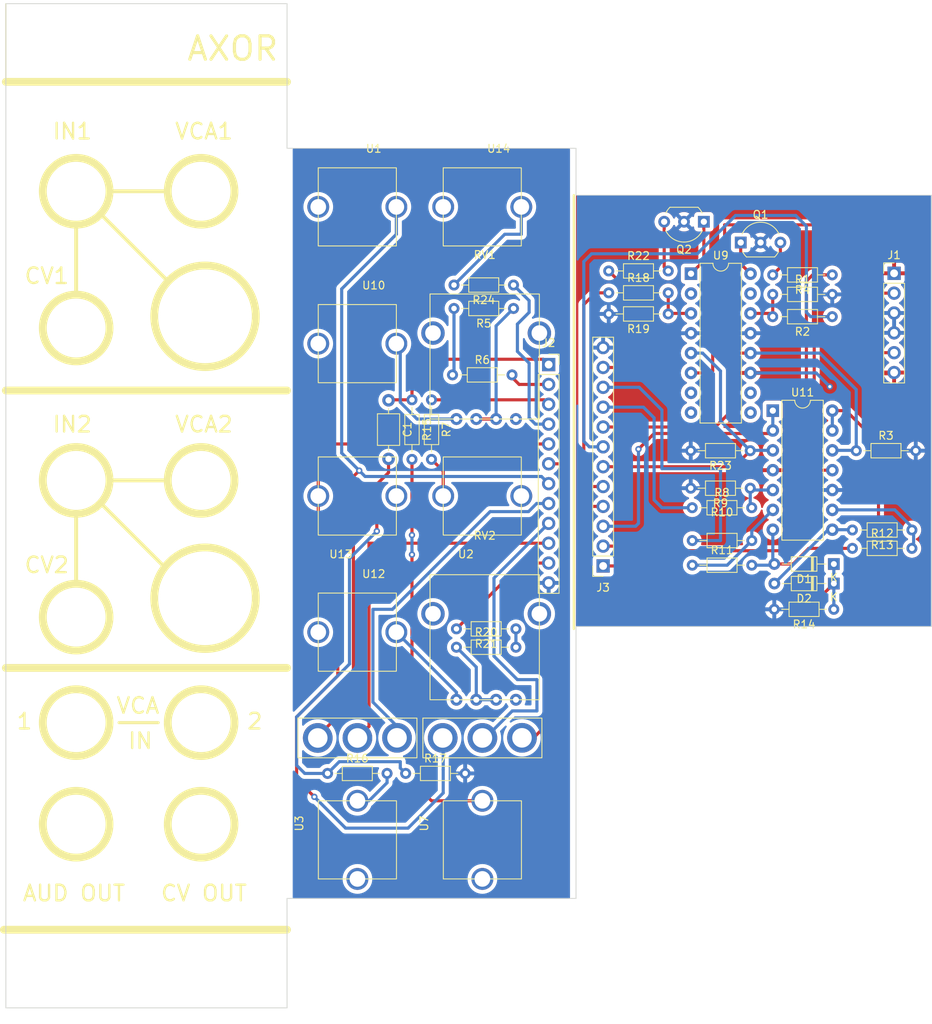
<source format=kicad_pcb>
(kicad_pcb (version 20221018) (generator pcbnew)
  (layers (0 "F.Cu" signal) (31 "B.Cu" signal) (34 "B.Paste" user) (35 "F.Paste" user) (36 "B.SilkS" user "B.Silkscreen") (37 "F.SilkS" user "F.Silkscreen") (38 "B.Mask" user) (39 "F.Mask" user) (44 "Edge.Cuts" user))
  (net 0 "")
  (net 1 "OUT")
  (net 2 "Net-(C1-Pad2)")
  (net 3 "Net-(D1-A)")
  (net 4 "Net-(D2-A)")
  (net 5 "+12V")
  (net 6 "-12V")
  (net 7 "GND")
  (net 8 "Net-(U9A-+)")
  (net 9 "IN1")
  (net 10 "VCA1")
  (net 11 "ABC1")
  (net 12 "Net-(Q1-C)")
  (net 13 "Net-(R5-Pad1)")
  (net 14 "Net-(R5-Pad2)")
  (net 15 "OUT2")
  (net 16 "Net-(R7-Pad2)")
  (net 17 "A2")
  (net 18 "Net-(U11B-+)")
  (net 19 "A1")
  (net 20 "Net-(U11B--)")
  (net 21 "Net-(U11C--)")
  (net 22 "Net-(R15-Pad2)")
  (net 23 "Net-(R16-Pad2)")
  (net 24 "IN2")
  (net 25 "Net-(U9C-+)")
  (net 26 "Net-(R20-Pad1)")
  (net 27 "Net-(R20-Pad2)")
  (net 28 "ABC2")
  (net 29 "Net-(Q1-E)")
  (net 30 "VCA2")
  (net 31 "OUT1")
  (net 32 "Net-(R24-Pad2)")
  (net 33 "Net-(RV1-Pad1)")
  (net 34 "Net-(RV2-Pad1)")
  (net 41 "Net-(Q2-C)")
  (net 42 "Net-(Q2-E)")
  (footprint "Library:AlpsPot" (layer "F.Cu") (at 161.96 131.570402)
    (fp_text reference "RV2")
    (fp_text value "R_Potentiometer")
  )
  (footprint "Library:3mm5 Mono Aux" (layer "F.Cu") (at 149.27 122.921402)
    (fp_text reference "U12")
    (fp_text value "Aux_flush")
  )
  (footprint "clipboard:acaa681b-ac55-4667-b28b-74029143bfd8" (layer "F.Cu") (at 113.272002 84)
    (fp_text reference "")
    (fp_text value "")
  )
  (footprint "MountingHole:MountingHole_3.2mm_M3" (layer "F.Cu") (at 122.272002 45.5)
    (fp_text reference "REF**" hide)
    (fp_text value "MountingHole_3.2mm_M3")
  )
  (footprint "Diode_THT:D_DO-34_SOD68_P7.62mm_Horizontal" (layer "F.Cu") (at 210.285 116.7 180)
    (fp_text reference "D2")
    (fp_text value "D")
  )
  (footprint "Resistor_THT:R_Axial_DIN0204_L3.6mm_D1.6mm_P7.62mm_Horizontal" (layer "F.Cu") (at 161.96 124.85)
    (fp_text reference "R20")
    (fp_text value "1k")
  )
  (footprint "clipboard:acaa681b-ac55-4667-b28b-74029143bfd8" (layer "F.Cu") (at 113.272002 134.5)
    (fp_text reference "")
    (fp_text value "")
  )
  (footprint "Resistor_THT:R_Axial_DIN0204_L3.6mm_D1.6mm_P7.62mm_Horizontal" (layer "F.Cu") (at 212.66 112.2)
    (fp_text reference "R12")
    (fp_text value "100k")
  )
  (footprint "Package_DIP:DIP-14_W7.62mm" (layer "F.Cu") (at 202.47 94.575)
    (fp_text reference "U11")
    (fp_text value "TL074")
  )
  (footprint "clipboard:acaa681b-ac55-4667-b28b-74029143bfd8" (layer "F.Cu") (at 113.272002 103.5)
    (fp_text reference "")
    (fp_text value "")
  )
  (footprint "Resistor_THT:R_Axial_DIN0204_L3.6mm_D1.6mm_P7.62mm_Horizontal" (layer "F.Cu") (at 210.08 82.55 180)
    (fp_text reference "R2")
    (fp_text value "100k")
  )
  (footprint "Connector_PinSocket_2.54mm:PinSocket_1x12_P2.54mm_Vertical" (layer "F.Cu") (at 173.77 88.68)
    (fp_text reference "J2")
    (fp_text value "Conn_01x12_Pin")
  )
  (footprint "Resistor_THT:R_Axial_DIN0204_L3.6mm_D1.6mm_P7.62mm_Horizontal" (layer "F.Cu") (at 202.46 79.7)
    (fp_text reference "R1")
    (fp_text value "1k")
  )
  (footprint "Library:3mm5 Mono Aux" (layer "F.Cu") (at 149.27 68.5)
    (fp_text reference "U1")
    (fp_text value "Aux_flush")
  )
  (footprint "Package_DIP:DIP-16_W7.62mm" (layer "F.Cu") (at 191.995 77.05)
    (fp_text reference "U9")
    (fp_text value "LM13700")
  )
  (footprint "Resistor_THT:R_Axial_DIN0204_L3.6mm_D1.6mm_P7.62mm_Horizontal" (layer "F.Cu") (at 213.15 99.7)
    (fp_text reference "R3")
    (fp_text value "10k")
  )
  (footprint "Connector_PinSocket_2.54mm:PinSocket_1x12_P2.54mm_Vertical" (layer "F.Cu") (at 180.745 114.45 180)
    (fp_text reference "J3")
    (fp_text value "Conn_01x12_Pin")
  )
  (footprint "Resistor_THT:R_Axial_DIN0204_L3.6mm_D1.6mm_P7.62mm_Horizontal" (layer "F.Cu") (at 169.27 81.5 180)
    (fp_text reference "R5")
    (fp_text value "1k")
  )
  (footprint "Resistor_THT:R_Axial_DIN0204_L3.6mm_D1.6mm_P7.62mm_Horizontal" (layer "F.Cu") (at 181.46 79.5)
    (fp_text reference "R18")
    (fp_text value "100k")
  )
  (footprint "Resistor_THT:R_Axial_DIN0204_L3.6mm_D1.6mm_P7.62mm_Horizontal" (layer "F.Cu") (at 189.08 82.2 180)
    (fp_text reference "R19")
    (fp_text value "1k")
  )
  (footprint "Resistor_THT:R_Axial_DIN0204_L3.6mm_D1.6mm_P7.62mm_Horizontal" (layer "F.Cu") (at 156.27 93.19 -90)
    (fp_text reference "R15")
    (fp_text value "1k")
  )
  (footprint "Library:AlpsPot" (layer "F.Cu") (at 161.96 95.649)
    (fp_text reference "RV1")
    (fp_text value "R_Potentiometer")
  )
  (footprint "Resistor_THT:R_Axial_DIN0204_L3.6mm_D1.6mm_P7.62mm_Horizontal" (layer "F.Cu") (at 155.46 141)
    (fp_text reference "R17")
    (fp_text value "100k")
  )
  (footprint "Library:3mm5 Mono Aux" (layer "F.Cu") (at 149.27 86)
    (fp_text reference "U10")
    (fp_text value "Aux_flush")
  )
  (footprint "MountingHole:MountingHole_3.2mm_M3" (layer "F.Cu") (at 122.272002 168)
    (fp_text reference "REF**" hide)
    (fp_text value "MountingHole_3.2mm_M3")
  )
  (footprint "Resistor_THT:R_Axial_DIN0204_L3.6mm_D1.6mm_P7.62mm_Horizontal" (layer "F.Cu") (at 199.58 104.5 180)
    (fp_text reference "R9")
    (fp_text value "100k")
  )
  (footprint "Resistor_THT:R_Axial_DIN0204_L3.6mm_D1.6mm_P7.62mm_Horizontal" (layer "F.Cu") (at 169.27 78.5 180)
    (fp_text reference "R24")
    (fp_text value "1k")
  )
  (footprint "Package_TO_SOT_THT:TO-92_Inline_Wide" (layer "F.Cu") (at 198.36 73.06)
    (fp_text reference "Q1")
    (fp_text value "BC557")
  )
  (footprint "clipboard:acaa681b-ac55-4667-b28b-74029143bfd8" (layer "F.Cu") (at 129.772002 118.578598)
    (fp_text reference "")
    (fp_text value "")
  )
  (footprint "Resistor_THT:R_Axial_DIN0204_L3.6mm_D1.6mm_P7.62mm_Horizontal" (layer "F.Cu") (at 210.08 77.2 180)
    (fp_text reference "R4")
    (fp_text value "10k")
  )
  (footprint "Package_TO_SOT_THT:TO-92_Inline_Wide" (layer "F.Cu") (at 193.64 70.4 180)
    (fp_text reference "Q2")
    (fp_text value "BC557")
  )
  (footprint "Resistor_THT:R_Axial_DIN0204_L3.6mm_D1.6mm_P7.62mm_Horizontal" (layer "F.Cu") (at 220.28 109.85 180)
    (fp_text reference "R13")
    (fp_text value "100k")
  )
  (footprint "clipboard:acaa681b-ac55-4667-b28b-74029143bfd8" (layer "F.Cu") (at 113.272002 121)
    (fp_text reference "")
    (fp_text value "")
  )
  (footprint "Resistor_THT:R_Axial_DIN0204_L3.6mm_D1.6mm_P7.62mm_Horizontal" (layer "F.Cu") (at 192.16 111.2)
    (fp_text reference "R10")
    (fp_text value "100k")
  )
  (footprint "Resistor_THT:R_Axial_DIN0204_L3.6mm_D1.6mm_P7.62mm_Horizontal" (layer "F.Cu") (at 158.77 93.19 -90)
    (fp_text reference "R7")
    (fp_text value "1k")
  )
  (footprint "Resistor_THT:R_Axial_DIN0204_L3.6mm_D1.6mm_P7.62mm_Horizontal" (layer "F.Cu") (at 181.46 76.7)
    (fp_text reference "R22")
    (fp_text value "10k")
  )
  (footprint "Diode_THT:D_DO-34_SOD68_P7.62mm_Horizontal" (layer "F.Cu") (at 210.285 114.2 180)
    (fp_text reference "D1")
    (fp_text value "D")
  )
  (footprint "Capacitor_THT:C_Axial_L3.8mm_D2.6mm_P7.50mm_Horizontal" (layer "F.Cu") (at 153.27 93.25 -90)
    (fp_text reference "C1")
    (fp_text value "470n")
  )
  (footprint "Library:3mm5 Mono Aux" (layer "F.Cu") (at 165.27 105.5 180)
    (fp_text reference "U2")
    (fp_text value "Aux_flush")
  )
  (footprint "Resistor_THT:R_Axial_DIN0204_L3.6mm_D1.6mm_P7.62mm_Horizontal" (layer "F.Cu") (at 199.58 99.7 180)
    (fp_text reference "R23")
    (fp_text value "10k")
  )
  (footprint "Resistor_THT:R_Axial_DIN0204_L3.6mm_D1.6mm_P7.62mm_Horizontal" (layer "F.Cu") (at 192.16 114.35)
    (fp_text reference "R11")
    (fp_text value "100k")
  )
  (footprint "clipboard:acaa681b-ac55-4667-b28b-74029143bfd8" (layer "F.Cu") (at 129.272002 66.5)
    (fp_text reference "")
    (fp_text value "")
  )
  (footprint "Library:3mm5 Mono Aux" (layer "F.Cu") (at 149.27 105.5 180)
    (fp_text reference "U13")
    (fp_text value "Aux_flush")
  )
  (footprint "clipboard:acaa681b-ac55-4667-b28b-74029143bfd8" (layer "F.Cu") (at 113.272002 66.5)
    (fp_text reference "")
    (fp_text value "")
  )
  (footprint "Resistor_THT:R_Axial_DIN0204_L3.6mm_D1.6mm_P7.62mm_Horizontal" (layer "F.Cu") (at 210.28 120 180)
    (fp_text reference "R14")
    (fp_text value "100k")
  )
  (footprint "Connector_PinHeader_2.54mm:PinHeader_1x06_P2.54mm_Vertical" (layer "F.Cu") (at 218 77)
    (fp_text reference "J1")
    (fp_text value "Conn_01x06_Pin")
  )
  (footprint "Library:3mm5 Mono Aux" (layer "F.Cu") (at 165.27 68.5)
    (fp_text reference "U14")
    (fp_text value "Aux_flush")
  )
  (footprint "clipboard:acaa681b-ac55-4667-b28b-74029143bfd8" (layer "F.Cu") (at 129.272002 103.5)
    (fp_text reference "")
    (fp_text value "")
  )
  (footprint "clipboard:acaa681b-ac55-4667-b28b-74029143bfd8" (layer "F.Cu") (at 129.772002 82.5)
    (fp_text reference "")
    (fp_text value "")
  )
  (footprint "clipboard:acaa681b-ac55-4667-b28b-74029143bfd8" (layer "F.Cu") (at 129.272002 134.5)
    (fp_text reference "")
    (fp_text value "")
  )
  (footprint "Library:3mm5 Mono Aux" (layer "F.Cu") (at 165.285908 149.5 90)
    (fp_text reference "U7")
    (fp_text value "Aux_flush")
  )
  (footprint "clipboard:acaa681b-ac55-4667-b28b-74029143bfd8" (layer "F.Cu") (at 129.272002 147.5)
    (fp_text reference "")
    (fp_text value "")
  )
  (footprint "clipboard:acaa681b-ac55-4667-b28b-74029143bfd8" (layer "F.Cu") (at 113.272002 147.5)
    (fp_text reference "")
    (fp_text value "")
  )
  (footprint "Resistor_THT:R_Axial_DIN0204_L3.6mm_D1.6mm_P7.62mm_Horizontal" (layer "F.Cu") (at 161.46 90)
    (fp_text reference "R6")
    (fp_text value "1k")
  )
  (footprint "Library:Switch" (layer "F.Cu") (at 165.285908 139)
    (fp_text reference "SW2" hide)
    (fp_text value "SW_SPDT")
  )
  (footprint "Resistor_THT:R_Axial_DIN0204_L3.6mm_D1.6mm_P7.62mm_Horizontal" (layer "F.Cu") (at 169.58 122.5 180)
    (fp_text reference "R21")
    (fp_text value "1k")
  )
  (footprint "Library:Switch" (layer "F.Cu") (at 149.285908 139)
    (fp_text reference "SW1" hide)
    (fp_text value "SW_SPDT")
  )
  (footprint "Resistor_THT:R_Axial_DIN0204_L3.6mm_D1.6mm_P7.62mm_Horizontal" (layer "F.Cu") (at 192.15 107)
    (fp_text reference "R8")
    (fp_text value "100k")
  )
  (footprint "Library:3mm5 Mono Aux" (layer "F.Cu") (at 149.285908 149.5 90)
    (fp_text reference "U3")
    (fp_text value "Aux_flush")
  )
  (footprint "Resistor_THT:R_Axial_DIN0204_L3.6mm_D1.6mm_P7.62mm_Horizontal" (layer "F.Cu") (at 145.46 141)
    (fp_text reference "R16")
    (fp_text value "1k")
  )
  (gr_line (start 116.5 106.5) (end 124.5 114.5) (stroke (width 0.5)) (layer "F.SilkS"))
  (gr_circle (center 129.272002 134.5) (end 133.544004 134.5) (stroke (width 1)) (fill none) (layer "F.SilkS"))
  (gr_line (start 117.544004 66.5) (end 125 66.5) (stroke (width 0.5)) (layer "F.SilkS"))
  (gr_circle (center 113.272002 103.5) (end 117.544004 103.5) (stroke (width 1)) (fill none) (layer "F.SilkS"))
  (gr_line (start 104.272002 92) (end 140.272002 92) (stroke (width 1)) (layer "F.SilkS"))
  (gr_circle (center 113.272002 134.5) (end 117.544004 134.5) (stroke (width 1)) (fill none) (layer "F.SilkS"))
  (gr_circle (center 129.772002 82.5) (end 136.272002 82.5) (stroke (width 1)) (fill none) (layer "F.SilkS"))
  (gr_line (start 117.544004 103.5) (end 125 103.5) (stroke (width 0.5)) (layer "F.SilkS"))
  (gr_circle (center 129.272002 66.5) (end 133.544004 66.5) (stroke (width 1)) (fill none) (layer "F.SilkS"))
  (gr_circle (center 113.272002 84) (end 117.544004 84) (stroke (width 1)) (fill none) (layer "F.SilkS"))
  (gr_circle (center 113.272002 66.5) (end 117.544004 66.5) (stroke (width 1)) (fill none) (layer "F.SilkS"))
  (gr_circle (center 113.272002 147.5) (end 117.544004 147.5) (stroke (width 1)) (fill none) (layer "F.SilkS"))
  (gr_circle (center 129.272002 103.5) (end 133.544004 103.5) (stroke (width 1)) (fill none) (layer "F.SilkS"))
  (gr_line (start 104.272002 42.5) (end 104.272002 52.5) (stroke (width 0.15)) (layer "F.SilkS"))
  (gr_circle (center 129.772002 118.578598) (end 136.272002 118.578598) (stroke (width 1)) (fill none) (layer "F.SilkS"))
  (gr_line (start 104.272002 127.5) (end 140.272002 127.5) (stroke (width 1)) (layer "F.SilkS"))
  (gr_line (start 116.5 69.5) (end 125 78) (stroke (width 0.5)) (layer "F.SilkS"))
  (gr_line (start 104.272002 52.5) (end 140.272002 52.5) (stroke (width 1)) (layer "F.SilkS"))
  (gr_line (start 140.272002 161) (end 104.022002 161) (stroke (width 1)) (layer "F.SilkS"))
  (gr_line (start 113.272002 70.772002) (end 113.272002 79.727998) (stroke (width 0.5)) (layer "F.SilkS"))
  (gr_line (start 123.772002 134.5) (end 118.772002 134.5) (stroke (width 0.4)) (layer "F.SilkS"))
  (gr_circle (center 113.272002 121) (end 117.544004 121) (stroke (width 1)) (fill none) (layer "F.SilkS"))
  (gr_circle (center 129.272002 147.5) (end 133.544004 147.5) (stroke (width 1)) (fill none) (layer "F.SilkS"))
  (gr_line (start 113.272002 107.772002) (end 113.272002 116.727998) (stroke (width 0.5)) (layer "F.SilkS"))
  (gr_line (start 177 67) (end 177 122.5) (stroke (width 0.3)) (layer "F.SilkS"))
  (gr_line (start 140.272002 42.5) (end 140.27 61) (stroke (width 0.1)) (layer "Edge.Cuts"))
  (gr_line (start 177.27 61) (end 177.27 67) (stroke (width 0.1)) (layer "Edge.Cuts"))
  (gr_line (start 177.27 122.2) (end 177.27 157) (stroke (width 0.1)) (layer "Edge.Cuts"))
  (gr_line (start 222.77 122.2) (end 177.27 122.2) (stroke (width 0.1)) (layer "Edge.Cuts"))
  (gr_line (start 177.27 157) (end 140.27 157) (stroke (width 0.1)) (layer "Edge.Cuts"))
  (gr_line (start 177.27 67) (end 222.77 67) (stroke (width 0.1)) (layer "Edge.Cuts"))
  (gr_line (start 222.77 67) (end 222.77 122.2) (stroke (width 0.1)) (layer "Edge.Cuts"))
  (gr_line (start 104.272002 171) (end 104.272002 42.5) (stroke (width 0.1)) (layer "Edge.Cuts"))
  (gr_line (start 140.27 61) (end 177.27 61) (stroke (width 0.1)) (layer "Edge.Cuts"))
  (gr_line (start 140.27 157) (end 140.272002 171) (stroke (width 0.1)) (layer "Edge.Cuts"))
  (gr_line (start 140.272002 171) (end 104.272002 171) (stroke (width 0.1)) (layer "Edge.Cuts"))
  (gr_line (start 104.272002 42.5) (end 140.272002 42.5) (stroke (width 0.1)) (layer "Edge.Cuts"))
  (gr_text "VCA\n" (at 118.272002 133.5) (layer "F.SilkS") (effects (font (size 2 2) (thickness 0.3)) (justify left bottom)))
  (gr_text "VCA2" (at 125.772002 97.5) (layer "F.SilkS") (effects (font (size 2 2) (thickness 0.3)) (justify left bottom)))
  (gr_text "AXOR" (at 127.272002 50) (layer "F.SilkS") (effects (font (size 3 3) (thickness 0.4)) (justify left bottom)))
  (gr_text "IN2\n" (at 110.105336 97.5) (layer "F.SilkS") (effects (font (size 2 2) (thickness 0.3)) (justify left bottom)))
  (gr_text "CV2\n" (at 106.5 115.5) (layer "F.SilkS") (effects (font (size 2 2) (thickness 0.3)) (justify left bottom)))
  (gr_text "IN1\n" (at 110.105336 60) (layer "F.SilkS") (effects (font (size 2 2) (thickness 0.3)) (justify left bottom)))
  (gr_text "CV OUT" (at 123.962478 157.5) (layer "F.SilkS") (effects (font (size 2 2) (thickness 0.3)) (justify left bottom)))
  (gr_text "2" (at 135 135.5) (layer "F.SilkS") (effects (font (size 2 2) (thickness 0.3)) (justify left bottom)))
  (gr_text "CV1\n" (at 106.5 78.5) (layer "F.SilkS") (effects (font (size 2 2) (thickness 0.3)) (justify left bottom)))
  (gr_text "1" (at 105.5 135.5) (layer "F.SilkS") (effects (font (size 2 2) (thickness 0.3)) (justify left bottom)))
  (gr_text "AUD OUT\n" (at 106.272002 157.5) (layer "F.SilkS") (effects (font (size 2 2) (thickness 0.3)) (justify left bottom)))
  (gr_text "IN\n" (at 119.772002 138) (layer "F.SilkS") (effects (font (size 2 2) (thickness 0.3)) (justify left bottom)))
  (gr_text "VCA1\n" (at 125.772002 60) (layer "F.SilkS") (effects (font (size 2 2) (thickness 0.3)) (justify left bottom)))
  (segment (start 173.09 88) (end 173.77 88.68) (width 0.4) (layer "F.Cu") (net 1))
  (segment (start 156.27 92) (end 160.27 88) (width 0.4) (layer "F.Cu") (net 1))
  (segment (start 208.485 118.5) (end 210.285 116.7) (width 0.4) (layer "F.Cu") (net 1))
  (segment (start 180.745 114.45) (end 185.72 114.45) (width 0.4) (layer "F.Cu") (net 1))
  (segment (start 160.27 88) (end 173.09 88) (width 0.4) (layer "F.Cu") (net 1))
  (segment (start 156.27 93.19) (end 156.27 92) (width 0.4) (layer "F.Cu") (net 1))
  (segment (start 153.33 93.19) (end 153.27 93.25) (width 0.4) (layer "F.Cu") (net 1))
  (segment (start 185.72 114.45) (end 189.77 118.5) (width 0.4) (layer "F.Cu") (net 1))
  (segment (start 156.27 93.19) (end 153.33 93.19) (width 0.4) (layer "F.Cu") (net 1))
  (segment (start 189.77 118.5) (end 208.485 118.5) (width 0.4) (layer "F.Cu") (net 1))
  (segment (start 210.285 114.2) (end 210.285 119.995) (width 0.4) (layer "B.Cu") (net 1))
  (segment (start 210.28 120) (end 210.28 119.2) (width 0.4) (layer "B.Cu") (net 1))
  (segment (start 210.285 119.995) (end 210.28 120) (width 0.4) (layer "B.Cu") (net 1))
  (segment (start 153.27 102.5) (end 151.77 104) (width 0.4) (layer "F.Cu") (net 2))
  (segment (start 151.77 104) (end 151.77 110) (width 0.4) (layer "F.Cu") (net 2))
  (segment (start 153.27 100.75) (end 153.27 102.5) (width 0.4) (layer "F.Cu") (net 2))
  (via (at 151.77 110) (size 0.8) (drill 0.4) (layers "F.Cu" "B.Cu") (net 2))
  (segment (start 154.77 139.5) (end 154.77 140.31) (width 0.4) (layer "B.Cu") (net 2))
  (segment (start 148.27 113.5) (end 148.27 127) (width 0.4) (layer "B.Cu") (net 2))
  (segment (start 141.5 133.77) (end 141.5 139.96) (width 0.4) (layer "B.Cu") (net 2))
  (segment (start 142.54 141) (end 145.46 141) (width 0.4) (layer "B.Cu") (net 2))
  (segment (start 148.27 127) (end 141.5 133.77) (width 0.4) (layer "B.Cu") (net 2))
  (segment (start 146.96 139.5) (end 154.77 139.5) (width 0.4) (layer "B.Cu") (net 2))
  (segment (start 141.5 139.96) (end 142.54 141) (width 0.4) (layer "B.Cu") (net 2))
  (segment (start 145.46 141) (end 146.96 139.5) (width 0.4) (layer "B.Cu") (net 2))
  (segment (start 154.77 140.31) (end 155.46 141) (width 0.4) (layer "B.Cu") (net 2))
  (segment (start 151.77 110) (end 148.27 113.5) (width 0.4) (layer "B.Cu") (net 2))
  (segment (start 202.665 114.2) (end 205.07 114.2) (width 0.4) (layer "F.Cu") (net 3))
  (segment (start 207.07 112.2) (end 212.66 112.2) (width 0.4) (layer "F.Cu") (net 3))
  (segment (start 205.07 114.2) (end 207.07 112.2) (width 0.4) (layer "F.Cu") (net 3))
  (segment (start 202.47 114.005) (end 202.665 114.2) (width 0.4) (layer "B.Cu") (net 3))
  (segment (start 202.47 109.815) (end 202.47 114.005) (width 0.4) (layer "B.Cu") (net 3))
  (segment (start 199.78 114.35) (end 202.515 114.35) (width 0.4) (layer "B.Cu") (net 3))
  (segment (start 202.515 114.35) (end 202.665 114.2) (width 0.4) (layer "B.Cu") (net 3))
  (segment (start 202.665 116.7) (end 209.55 109.815) (width 0.4) (layer "B.Cu") (net 4))
  (segment (start 209.55 109.815) (end 210.09 109.815) (width 0.4) (layer "B.Cu") (net 4))
  (segment (start 210.09 109.815) (end 212.625 109.815) (width 0.4) (layer "B.Cu") (net 4))
  (segment (start 212.625 109.815) (end 212.66 109.85) (width 0.4) (layer "B.Cu") (net 4))
  (segment (start 211.42 89.85) (end 209.77 91.5) (width 0.4) (layer "F.Cu") (net 5))
  (segment (start 217.77 89.85) (end 211.42 89.85) (width 0.4) (layer "F.Cu") (net 5))
  (via (at 209.77 91.5) (size 0.8) (drill 0.4) (layers "F.Cu" "B.Cu") (net 5))
  (segment (start 199.615 89.75) (end 208.02 89.75) (width 0.4) (layer "B.Cu") (net 5))
  (segment (start 208.02 89.75) (end 209.77 91.5) (width 0.4) (layer "B.Cu") (net 5))
  (segment (start 213.77 83.5) (end 214.77 83.5) (width 0.4) (layer "F.Cu") (net 6))
  (segment (start 208.465 102.195) (end 207.77 101.5) (width 0.4) (layer "F.Cu") (net 6))
  (segment (start 215 83.35) (end 215 80.35) (width 0.4) (layer "F.Cu") (net 6))
  (segment (start 196.3 74.8) (end 196.3 70.8) (width 0.4) (layer "F.Cu") (net 6))
  (segment (start 194.77 76.33) (end 196.3 74.8) (width 0.4) (layer "F.Cu") (net 6))
  (segment (start 218 87.16) (end 215.31 87.16) (width 0.4) (layer "F.Cu") (net 6))
  (segment (start 215 80.35) (end 215.81 79.54) (width 0.4) (layer "F.Cu") (net 6))
  (segment (start 207.77 101.5) (end 207.77 86) (width 0.4) (layer "F.Cu") (net 6))
  (segment (start 196.3 70.8) (end 209.07 70.8) (width 0.4) (layer "F.Cu") (net 6))
  (segment (start 213.27 75) (end 213.27 83) (width 0.4) (layer "F.Cu") (net 6))
  (segment (start 210.09 102.195) (end 208.465 102.195) (width 0.4) (layer "F.Cu") (net 6))
  (segment (start 215 86.85) (end 215 85.35) (width 0.4) (layer "F.Cu") (net 6))
  (segment (start 191.995 89.75) (end 194.52 89.75) (width 0.4) (layer "F.Cu") (net 6))
  (segment (start 213.27 83) (end 213.77 83.5) (width 0.4) (layer "F.Cu") (net 6))
  (segment (start 194.77 89.5) (end 194.77 76.33) (width 0.4) (layer "F.Cu") (net 6))
  (segment (start 207.77 86) (end 208.27 85.5) (width 0.4) (layer "F.Cu") (net 6))
  (segment (start 209.07 70.8) (end 213.27 75) (width 0.4) (layer "F.Cu") (net 6))
  (segment (start 208.27 85.5) (end 214.77 85.5) (width 0.4) (layer "F.Cu") (net 6))
  (segment (start 215.31 87.16) (end 215 86.85) (width 0.4) (layer "F.Cu") (net 6))
  (segment (start 215 85.35) (end 215 83.35) (width 0.4) (layer "F.Cu") (net 6))
  (segment (start 194.52 89.75) (end 194.77 89.5) (width 0.4) (layer "F.Cu") (net 6))
  (segment (start 215.81 79.54) (end 218 79.54) (width 0.4) (layer "F.Cu") (net 6))
  (segment (start 202.46 79.7) (end 202.46 82.55) (width 0.4) (layer "F.Cu") (net 8))
  (segment (start 202.04 82.13) (end 202.46 82.55) (width 0.4) (layer "F.Cu") (net 8))
  (segment (start 199.615 82.13) (end 202.04 82.13) (width 0.4) (layer "F.Cu") (net 8))
  (segment (start 144.205908 136.254092) (end 144.205908 136.46) (width 0.4) (layer "F.Cu") (net 9))
  (segment (start 149.52 102.25) (end 148.77 103) (width 0.4) (layer "F.Cu") (net 9))
  (segment (start 148.77 131.69) (end 144.205908 136.254092) (width 0.4) (layer "F.Cu") (net 9))
  (segment (start 148.77 103) (end 148.77 131.69) (width 0.4) (layer "F.Cu") (net 9))
  (via (at 149.52 102.25) (size 0.8) (drill 0.4) (layers "F.Cu" "B.Cu") (net 9))
  (segment (start 206.77 82) (end 207.32 82.55) (width 0.4) (layer "B.Cu") (net 9))
  (segment (start 206.77 70.97) (end 206.77 82) (width 0.4) (layer "B.Cu") (net 9))
  (segment (start 173.77 103.92) (end 172.85 103) (width 0.4) (layer "B.Cu") (net 9))
  (segment (start 172.85 103) (end 150.27 103) (width 0.4) (layer "B.Cu") (net 9))
  (segment (start 147.27 79) (end 154.27 72) (width 0.4) (layer "B.Cu") (net 9))
  (segment (start 192.8 74.5) (end 197.7 69.6) (width 0.4) (layer "B.Cu") (net 9))
  (segment (start 179.27 74.5) (end 192.8 74.5) (width 0.4) (layer "B.Cu") (net 9))
  (segment (start 180.745 99.21) (end 178.98 99.21) (width 0.4) (layer "B.Cu") (net 9))
  (segment (start 147.27 100) (end 147.27 79) (width 0.4) (layer "B.Cu") (net 9))
  (segment (start 178.27 75.5) (end 179.27 74.5) (width 0.4) (layer "B.Cu") (net 9))
  (segment (start 205.4 69.6) (end 206.77 70.97) (width 0.4) (layer "B.Cu") (net 9))
  (segment (start 154.27 72) (end 154.27 68.5) (width 0.4) (layer "B.Cu") (net 9))
  (segment (start 150.27 103) (end 147.27 100) (width 0.4) (layer "B.Cu") (net 9))
  (segment (start 178.98 99.21) (end 178.27 98.5) (width 0.4) (layer "B.Cu") (net 9))
  (segment (start 207.32 82.55) (end 210.08 82.55) (width 0.4) (layer "B.Cu") (net 9))
  (segment (start 178.27 98.5) (end 178.27 75.5) (width 0.4) (layer "B.Cu") (net 9))
  (segment (start 197.7 69.6) (end 205.4 69.6) (width 0.4) (layer "B.Cu") (net 9))
  (segment (start 195.1 96.67) (end 196.77 95) (width 0.4) (layer "F.Cu") (net 10))
  (segment (start 196.77 95) (end 196.77 88.5) (width 0.4) (layer "F.Cu") (net 10))
  (segment (start 198.06 87.21) (end 199.615 87.21) (width 0.4) (layer "F.Cu") (net 10))
  (segment (start 180.745 96.67) (end 195.1 96.67) (width 0.4) (layer "F.Cu") (net 10))
  (segment (start 196.77 88.5) (end 198.06 87.21) (width 0.4) (layer "F.Cu") (net 10))
  (segment (start 153.77 120) (end 151.27 120) (width 0.4) (layer "B.Cu") (net 10))
  (segment (start 166.27 107.5) (end 153.77 120) (width 0.4) (layer "B.Cu") (net 10))
  (segment (start 213.15 91.88) (end 213.15 99.7) (width 0.4) (layer "B.Cu") (net 10))
  (segment (start 172.23 106.46) (end 171.19 107.5) (width 0.4) (layer "B.Cu") (net 10))
  (segment (start 199.615 87.21) (end 208.48 87.21) (width 0.4) (layer "B.Cu") (net 10))
  (segment (start 151.27 120) (end 151.27 131.875683) (width 0.4) (layer "B.Cu") (net 10))
  (segment (start 208.48 87.21) (end 213.15 91.88) (width 0.4) (layer "B.Cu") (net 10))
  (segment (start 213.105 99.655) (end 213.15 99.7) (width 0.4) (layer "B.Cu") (net 10))
  (segment (start 171.19 107.5) (end 166.27 107.5) (width 0.4) (layer "B.Cu") (net 10))
  (segment (start 173.77 106.46) (end 172.23 106.46) (width 0.4) (layer "B.Cu") (net 10))
  (segment (start 151.27 131.875683) (end 155.838113 136.443796) (width 0.4) (layer "B.Cu") (net 10))
  (segment (start 210.09 99.655) (end 213.105 99.655) (width 0.4) (layer "B.Cu") (net 10))
  (segment (start 180.745 111.91) (end 189.18 111.91) (width 0.4) (layer "F.Cu") (net 11))
  (segment (start 169.08 90.31) (end 169.99 91.22) (width 0.4) (layer "F.Cu") (net 11))
  (segment (start 207.57 77.2) (end 210.08 77.2) (width 0.4) (layer "F.Cu") (net 11))
  (segment (start 169.99 91.22) (end 173.77 91.22) (width 0.4) (layer "F.Cu") (net 11))
  (segment (start 206.77 111) (end 206.77 78) (width 0.4) (layer "F.Cu") (net 11))
  (segment (start 206.77 78) (end 207.57 77.2) (width 0.4) (layer "F.Cu") (net 11))
  (segment (start 189.77 112.5) (end 205.27 112.5) (width 0.4) (layer "F.Cu") (net 11))
  (segment (start 189.18 111.91) (end 189.77 112.5) (width 0.4) (layer "F.Cu") (net 11))
  (segment (start 205.27 112.5) (end 206.77 111) (width 0.4) (layer "F.Cu") (net 11))
  (segment (start 169.08 90) (end 169.08 90.31) (width 0.4) (layer "B.Cu") (net 11))
  (segment (start 199.765 77.2) (end 199.615 77.05) (width 0.4) (layer "F.Cu") (net 12))
  (segment (start 198.36 73.06) (end 198.36 75.795) (width 0.4) (layer "F.Cu") (net 12))
  (segment (start 198.36 75.795) (end 199.615 77.05) (width 0.4) (layer "F.Cu") (net 12))
  (segment (start 164.5 95.649) (end 167.04 95.649) (width 0.4) (layer "F.Cu") (net 13))
  (segment (start 169.27 81.5) (end 167.04 83.73) (width 0.4) (layer "B.Cu") (net 13))
  (segment (start 167.04 83.73) (end 167.04 95.649) (width 0.4) (layer "B.Cu") (net 13))
  (segment (start 161.65 89.81) (end 161.46 90) (width 0.4) (layer "B.Cu") (net 14))
  (segment (start 161.65 81.5) (end 161.65 89.81) (width 0.4) (layer "B.Cu") (net 14))
  (segment (start 158.77 93.19) (end 173.2 93.19) (width 0.4) (layer "F.Cu") (net 15))
  (segment (start 173.2 93.19) (end 173.77 93.76) (width 0.4) (layer "F.Cu") (net 15))
  (segment (start 202.085 97.5) (end 193.77 97.5) (width 0.4) (layer "F.Cu") (net 15))
  (segment (start 202.47 97.115) (end 202.085 97.5) (width 0.4) (layer "F.Cu") (net 15))
  (segment (start 193.77 97.5) (end 187.27 97.5) (width 0.4) (layer "F.Cu") (net 15))
  (segment (start 187.27 97.5) (end 185.27 99.5) (width 0.4) (layer "F.Cu") (net 15))
  (via (at 185.27 99.5) (size 0.8) (drill 0.4) (layers "F.Cu" "B.Cu") (net 15))
  (segment (start 185.27 99.5) (end 185.27 109) (width 0.4) (layer "B.Cu") (net 15))
  (segment (start 185.27 109) (end 184.9 109.37) (width 0.4) (layer "B.Cu") (net 15))
  (segment (start 184.9 109.37) (end 180.745 109.37) (width 0.4) (layer "B.Cu") (net 15))
  (segment (start 202.47 94.575) (end 202.47 97.115) (width 0.4) (layer "B.Cu") (net 15))
  (segment (start 160.27 102.31) (end 158.77 100.81) (width 0.4) (layer "F.Cu") (net 16))
  (segment (start 160.27 105.5) (end 160.27 102.31) (width 0.4) (layer "F.Cu") (net 16))
  (segment (start 172.27 129) (end 172.27 133) (width 0.4) (layer "B.Cu") (net 17))
  (segment (start 185.9 94.13) (end 180.745 94.13) (width 0.4) (layer "B.Cu") (net 17))
  (segment (start 173.77 109) (end 166.77 116) (width 0.4) (layer "B.Cu") (net 17))
  (segment (start 187.27 106) (end 187.27 95.5) (width 0.4) (layer "B.Cu") (net 17))
  (segment (start 187.27 95.5) (end 185.9 94.13) (width 0.4) (layer "B.Cu") (net 17))
  (segment (start 166.77 126) (end 169.77 129) (width 0.4) (layer "B.Cu") (net 17))
  (segment (start 166.77 116) (end 166.77 126) (width 0.4) (layer "B.Cu") (net 17))
  (segment (start 166.77 135.345) (end 166.77 136.46) (width 0.4) (layer "B.Cu") (net 17))
  (segment (start 188.27 107) (end 187.27 106) (width 0.4) (layer "B.Cu") (net 17))
  (segment (start 172.27 133) (end 169.115 133) (width 0.4) (layer "B.Cu") (net 17))
  (segment (start 169.115 133) (end 166.77 135.345) (width 0.4) (layer "B.Cu") (net 17))
  (segment (start 192.15 107) (end 188.27 107) (width 0.4) (layer "B.Cu") (net 17))
  (segment (start 169.77 129) (end 172.27 129) (width 0.4) (layer "B.Cu") (net 17))
  (segment (start 199.58 106.81) (end 199.77 107) (width 0.4) (layer "B.Cu") (net 18))
  (segment (start 202.47 104.735) (end 199.815 104.735) (width 0.4) (layer "B.Cu") (net 18))
  (segment (start 199.815 104.735) (end 199.58 104.5) (width 0.4) (layer "B.Cu") (net 18))
  (segment (start 199.58 104.5) (end 199.58 106.81) (width 0.4) (layer "B.Cu") (net 18))
  (segment (start 150.77 111.54) (end 150.77 134.975908) (width 0.4) (layer "F.Cu") (net 19))
  (segment (start 173.77 111.54) (end 150.77 111.54) (width 0.4) (layer "F.Cu") (net 19))
  (segment (start 150.77 134.975908) (end 149.285908 136.46) (width 0.4) (layer "F.Cu") (net 19))
  (segment (start 188.27 94.5) (end 188.27 102) (width 0.4) (layer "B.Cu") (net 19))
  (segment (start 195.77 102) (end 195.77 111.2) (width 0.4) (layer "B.Cu") (net 19))
  (segment (start 185.36 91.59) (end 188.27 94.5) (width 0.4) (layer "B.Cu") (net 19))
  (segment (start 180.745 91.59) (end 185.36 91.59) (width 0.4) (layer "B.Cu") (net 19))
  (segment (start 195.77 111.2) (end 192.16 111.2) (width 0.4) (layer "B.Cu") (net 19))
  (segment (start 188.27 102) (end 195.77 102) (width 0.4) (layer "B.Cu") (net 19))
  (segment (start 196.63 114.35) (end 199.78 111.2) (width 0.4) (layer "B.Cu") (net 20))
  (segment (start 199.78 109.965) (end 202.47 107.275) (width 0.4) (layer "B.Cu") (net 20))
  (segment (start 199.78 111.2) (end 199.78 109.965) (width 0.4) (layer "B.Cu") (net 20))
  (segment (start 192.16 114.35) (end 196.63 114.35) (width 0.4) (layer "B.Cu") (net 20))
  (segment (start 220.5 112.04) (end 220.51 112.05) (width 0.4) (layer "B.Cu") (net 21))
  (segment (start 210.09 107.275) (end 218.085 107.275) (width 0.4) (layer "B.Cu") (net 21))
  (segment (start 220.5 109.69) (end 220.5 112.04) (width 0.4) (layer "B.Cu") (net 21))
  (segment (start 218.085 107.275) (end 220.5 109.69) (width 0.4) (layer "B.Cu") (net 21))
  (segment (start 157.5 143.23) (end 158.77 144.5) (width 0.4) (layer "F.Cu") (net 22))
  (segment (start 156.27 127.5) (end 157.5 128.73) (width 0.4) (layer "F.Cu") (net 22))
  (segment (start 156.27 100.81) (end 156.27 110.5) (width 0.4) (layer "F.Cu") (net 22))
  (segment (start 158.77 144.5) (end 165.285908 144.5) (width 0.4) (layer "F.Cu") (net 22))
  (segment (start 156.27 113) (end 156.27 127.5) (width 0.4) (layer "F.Cu") (net 22))
  (segment (start 157.5 128.73) (end 157.5 143.23) (width 0.4) (layer "F.Cu") (net 22))
  (via (at 156.27 110.5) (size 0.8) (drill 0.4) (layers "F.Cu" "B.Cu") (net 22))
  (via (at 156.27 113) (size 0.8) (drill 0.4) (layers "F.Cu" "B.Cu") (net 22))
  (segment (start 156.27 110.5) (end 156.27 113) (width 0.4) (layer "B.Cu") (net 22))
  (segment (start 153.08 142.19) (end 153.08 141) (width 0.4) (layer "B.Cu") (net 23))
  (segment (start 150.77 144.5) (end 153.08 142.19) (width 0.4) (layer "B.Cu") (net 23))
  (segment (start 144.27 99) (end 144.43 98.84) (width 0.4) (layer "F.Cu") (net 24))
  (segment (start 144.27 108) (end 144.27 99) (width 0.4) (layer "F.Cu") (net 24))
  (segment (start 144.43 98.84) (end 173.77 98.84) (width 0.4) (layer "F.Cu") (net 24))
  (segment (start 146.77 128.5) (end 146.77 110.5) (width 0.4) (layer "F.Cu") (net 24))
  (segment (start 179.06 104.29) (end 178.27 103.5) (width 0.4) (layer "F.Cu") (net 24))
  (segment (start 178.27 103.5) (end 178.27 81) (width 0.4) (layer "F.Cu") (net 24))
  (segment (start 179.77 79.5) (end 181.46 79.5) (width 0.4) (layer "F.Cu") (net 24))
  (segment (start 180.745 104.29) (end 179.06 104.29) (width 0.4) (layer "F.Cu") (net 24))
  (segment (start 141.5 141.73) (end 141.5 133.77) (width 0.4) (layer "F.Cu") (net 24))
  (segment (start 141.5 133.77) (end 146.77 128.5) (width 0.4) (layer "F.Cu") (net 24))
  (segment (start 146.77 110.5) (end 144.27 108) (width 0.4) (layer "F.Cu") (net 24))
  (segment (start 143.77 144) (end 141.5 141.73) (width 0.4) (layer "F.Cu") (net 24))
  (segment (start 178.27 81) (end 179.77 79.5) (width 0.4) (layer "F.Cu") (net 24))
  (via (at 143.77 144) (size 0.8) (drill 0.4) (layers "F.Cu" "B.Cu") (net 24))
  (segment (start 155.77 148) (end 147.77 148) (width 0.4) (layer "B.Cu") (net 24))
  (segment (start 161.69 136.46) (end 160.27 137.88) (width 0.4) (layer "B.Cu") (net 24))
  (segment (start 160.27 140.5) (end 160.27 143.5) (width 0.4) (layer "B.Cu") (net 24))
  (segment (start 160.27 143.5) (end 155.77 148) (width 0.4) (layer "B.Cu") (net 24))
  (segment (start 147.77 148) (end 143.77 144) (width 0.4) (layer "B.Cu") (net 24))
  (segment (start 160.27 137.88) (end 160.27 140.5) (width 0.4) (layer "B.Cu") (net 24))
  (segment (start 189.08 79.5) (end 189.08 82.2) (width 0.4) (layer "F.Cu") (net 25))
  (segment (start 191.995 82.13) (end 189.15 82.13) (width 0.4) (layer "F.Cu") (net 25))
  (segment (start 189.15 82.13) (end 189.08 82.2) (width 0.4) (layer "F.Cu") (net 25))
  (segment (start 167.04 131.570402) (end 164.5 131.570402) (width 0.4) (layer "B.Cu") (net 26))
  (segment (start 164.5 131.570402) (end 164.5 127.39) (width 0.4) (layer "B.Cu") (net 26))
  (segment (start 164.5 127.39) (end 161.96 124.85) (width 0.4) (layer "B.Cu") (net 26))
  (segment (start 169.58 124.85) (end 169.58 122.5) (width 0.4) (layer "B.Cu") (net 27))
  (segment (start 183.27 88.5) (end 183.27 78.51) (width 0.4) (layer "F.Cu") (net 28))
  (segment (start 183.27 78.51) (end 181.46 76.7) (width 0.4) (layer "F.Cu") (net 28))
  (segment (start 180.745 89.05) (end 182.72 89.05) (width 0.4) (layer "F.Cu") (net 28))
  (segment (start 182.72 89.05) (end 183.27 88.5) (width 0.4) (layer "F.Cu") (net 28))
  (segment (start 170.38 114.08) (end 173.77 114.08) (width 0.4) (layer "F.Cu") (net 28))
  (segment (start 161.96 122.5) (end 170.38 114.08) (width 0.4) (layer "F.Cu") (net 28))
  (segment (start 203.44 76.22) (end 202.46 77.2) (width 0.4) (layer "F.Cu") (net 29))
  (segment (start 203.44 73.06) (end 203.44 76.22) (width 0.4) (layer "F.Cu") (net 29))
  (segment (start 175.77 132.511909) (end 171.838113 136.443796) (width 0.4) (layer "F.Cu") (net 30))
  (segment (start 173.77 101.38) (end 175.39 101.38) (width 0.4) (layer "F.Cu") (net 30))
  (segment (start 175.39 101.38) (end 175.77 101.76) (width 0.4) (layer "F.Cu") (net 30))
  (segment (start 180.745 101.75) (end 197.53 101.75) (width 0.4) (layer "F.Cu") (net 30))
  (segment (start 197.53 101.75) (end 199.58 99.7) (width 0.4) (layer "F.Cu") (net 30))
  (segment (start 175.77 101.76) (end 175.77 132.511909) (width 0.4) (layer "F.Cu") (net 30))
  (segment (start 191.995 87.21) (end 193.48 87.21) (width 0.4) (layer "B.Cu") (net 30))
  (segment (start 195.77 95.89) (end 199.58 99.7) (width 0.4) (layer "B.Cu") (net 30))
  (segment (start 202.47 99.655) (end 199.625 99.655) (width 0.4) (layer "B.Cu") (net 30))
  (segment (start 199.625 99.655) (end 199.58 99.7) (width 0.4) (layer "B.Cu") (net 30))
  (segment (start 195.77 89.5) (end 195.77 95.89) (width 0.4) (layer "B.Cu") (net 30))
  (segment (start 193.48 87.21) (end 195.77 89.5) (width 0.4) (layer "B.Cu") (net 30))
  (segment (start 178.27 121.5) (end 214.27 121.5) (width 0.4) (layer "F.Cu") (net 31))
  (segment (start 215.77 98.5) (end 211.845 94.575) (width 0.4) (layer "F.Cu") (net 31))
  (segment (start 178.27 107) (end 178.27 121.5) (width 0.4) (layer "F.Cu") (net 31))
  (segment (start 178.44 106.83) (end 178.27 107) (width 0.4) (layer "F.Cu") (net 31))
  (segment (start 211.845 94.575) (end 210.09 94.575) (width 0.4) (layer "F.Cu") (net 31))
  (segment (start 216 119.85) (end 216 98.73) (width 0.4) (layer "F.Cu") (net 31))
  (segment (start 214.27 121.5) (end 215.77 120) (width 0.4) (layer "F.Cu") (net 31))
  (segment (start 216 98.73) (end 215.77 98.5) (width 0.4) (layer "F.Cu") (net 31))
  (segment (start 180.745 106.83) (end 178.44 106.83) (width 0.4) (layer "F.Cu") (net 31))
  (segment (start 210.09 94.575) (end 210.09 97.115) (width 0.4) (layer "B.Cu") (net 31))
  (segment (start 169.77 83.5) (end 171.27 82) (width 0.4) (layer "B.Cu") (net 31))
  (segment (start 173.77 96.3) (end 172.07 96.3) (width 0.4) (layer "B.Cu") (net 31))
  (segment (start 171.27 88.5) (end 169.77 87) (width 0.4) (layer "B.Cu") (net 31))
  (segment (start 169.77 87) (end 169.77 83.5) (width 0.4) (layer "B.Cu") (net 31))
  (segment (start 171.27 82) (end 171.27 80.5) (width 0.4) (layer "B.Cu") (net 31))
  (segment (start 171.27 95.5) (end 171.27 88.5) (width 0.4) (layer "B.Cu") (net 31))
  (segment (start 172.07 96.3) (end 171.27 95.5) (width 0.4) (layer "B.Cu") (net 31))
  (segment (start 171.27 80.5) (end 169.27 78.5) (width 0.4) (layer "B.Cu") (net 31))
  (segment (start 170.27 72) (end 170.27 68.5) (width 0.4) (layer "B.Cu") (net 32))
  (segment (start 161.65 78.5) (end 168.15 72) (width 0.4) (layer "B.Cu") (net 32))
  (segment (start 168.15 72) (end 170.27 72) (width 0.4) (layer "B.Cu") (net 32))
  (segment (start 154.77 86.5) (end 154.77 93.5) (width 0.4) (layer "B.Cu") (net 33))
  (segment (start 154.77 93.5) (end 156.919 95.649) (width 0.4) (layer "B.Cu") (net 33))
  (segment (start 154.27 86) (end 154.77 86.5) (width 0.4) (layer "B.Cu") (net 33))
  (segment (start 156.919 95.649) (end 161.96 95.649) (width 0.4) (layer "B.Cu") (net 33))
  (segment (start 161.96 130.611402) (end 161.96 131.570402) (width 0.4) (layer "B.Cu") (net 34))
  (segment (start 154.27 122.921402) (end 161.96 130.611402) (width 0.4) (layer "B.Cu") (net 34))
  (segment (start 193.64 75.405) (end 191.995 77.05) (width 0.4) (layer "F.Cu") (net 41))
  (segment (start 193.64 70.4) (end 193.64 75.405) (width 0.4) (layer "F.Cu") (net 41))
  (segment (start 189.43 77.05) (end 189.08 76.7) (width 0.4) (layer "F.Cu") (net 42))
  (segment (start 189.08 76.7) (end 188.56 76.18) (width 0.4) (layer "F.Cu") (net 42))
  (segment (start 188.56 76.18) (end 188.56 70.4) (width 0.4) (layer "F.Cu") (net 42))
  (zone (net 5) (net_name "+12V") (layer "F.Cu") (connect_pads (clearance 0.5)) (min_thickness 0.25) (fill yes (thermal_gap 0.5) (thermal_bridge_width 0.5))
    (polygon (pts (xy 177.27 67) (xy 222.77 67) (xy 222.77 122.5) (xy 177.27 122.5)))
  )
  (zone (net 7) (net_name "GND") (layer "B.Cu") (priority 1) (connect_pads (clearance 0.5)) (min_thickness 0.25) (fill yes (thermal_gap 0.5) (thermal_bridge_width 0.5))
    (polygon (pts (xy 141 60.46) (xy 176.5 60.46) (xy 176.5 157.46) (xy 141 157.46)))
  )
  (zone (net 7) (net_name "GND") (layer "B.Cu") (connect_pads (clearance 0.5)) (min_thickness 0.25) (fill yes (thermal_gap 0.5) (thermal_bridge_width 0.5))
    (polygon (pts (xy 177.37 67) (xy 222.87 67) (xy 222.77 122.5) (xy 177.27 122.5)))
  )
)
</source>
